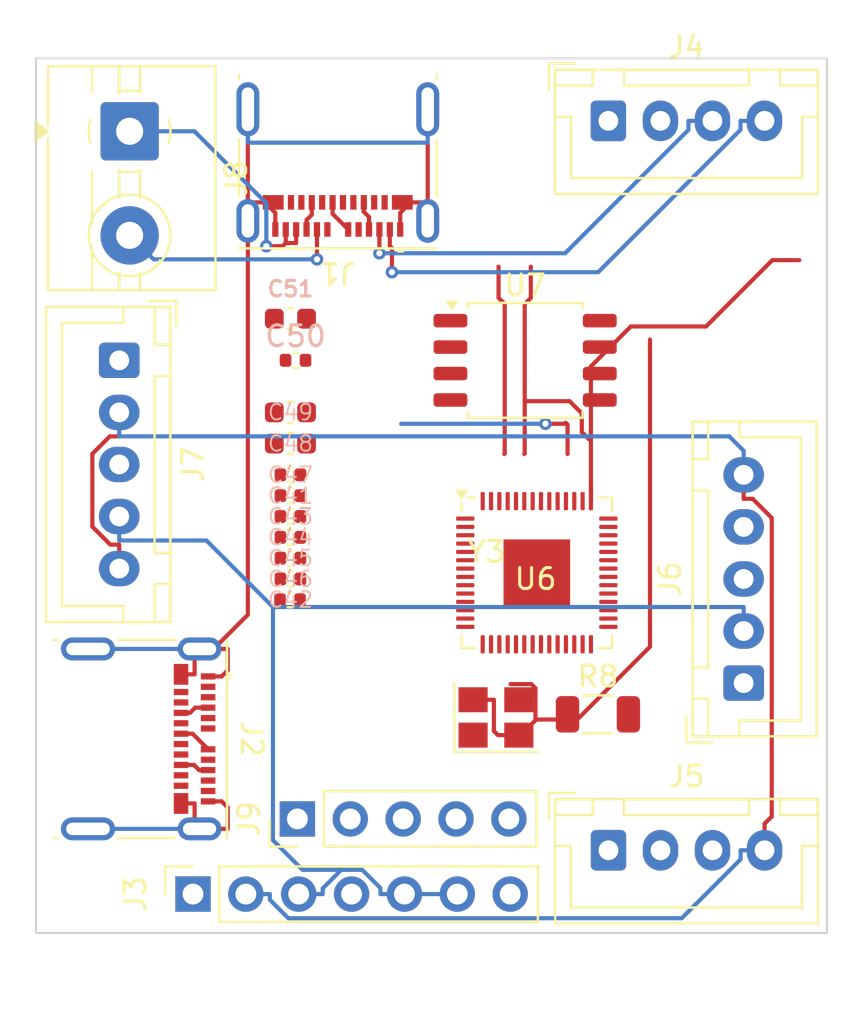
<source format=kicad_pcb>
(kicad_pcb (version 20241229) (generator "pcbnew") (generator_version "9.0")
  (layers (0 "F.Cu" signal) (2 "B.Cu" signal) (13 "F.Paste" user) (15 "B.Paste" user) (5 "F.SilkS" user "F.Silkscreen") (7 "B.SilkS" user "B.Silkscreen") (1 "F.Mask" user) (3 "B.Mask" user) (25 "Edge.Cuts" user))
  (net 0 "")
  (net 1 "/Toolhead_Board/TH_RP2040/SWCLK")
  (net 3 "Net-(U6-XOUT)")
  (net 4 "/Toolhead_Board/TH_RP2040/SD1")
  (net 5 "/Toolhead_Board/TH_RP2040/3V3_BUS")
  (net 6 "/Toolhead_Board/TH_RP2040/SWD")
  (net 7 "/Toolhead_Board/PCF_SG")
  (net 13 "Net-(U6-XIN)")
  (net 14 "/Toolhead_Board/TH_RP2040/1V1_BUS")
  (net 17 "/Toolhead_Board/TH_RP2040/SPARE_ADC")
  (net 20 "/Toolhead_Board/TH_RP2040/SPI_SS")
  (net 21 "/Toolhead_Board/TMR_SG")
  (net 22 "/Toolhead_Board/TH_RP2040/GND_BUS")
  (net 25 "/Toolhead_Board/TH_RP2040/RP_USB_D-")
  (net 27 "/Toolhead_Board/TH_RP2040/RP_PG_D-")
  (net 30 "/Toolhead_Board/TH_RP2040/SD3")
  (net 32 "/Toolhead_Board/TH_RP2040/SD2")
  (net 33 "/Toolhead_Board/EXF_SG")
  (net 34 "/Toolhead_Board/TH_RP2040/SD0")
  (net 35 "/Toolhead_Board/TH_RP2040/RP_USB_D+")
  (net 40 "/Toolhead_Board/TH_RP2040/SPI_CLK")
  (net 41 "/Toolhead_Board/TH_RP2040/RP_PG_D+")
  (net 46 "Net-(C41-Pad1)")
  (net 47 "Net-(C50-Pad1)")
  (net 48 "/Toolhead_Board/TH_USBC/MOTOR_A2")
  (net 49 "/Toolhead_Board/TH_USBC/MOTOR_B2")
  (net 50 "/Toolhead_Board/TH_USBC/MOTOR_A1")
  (net 51 "/Toolhead_Board/TH_USBC/MOTOR_B1")
  (net 52 "/Toolhead_Board/GND_BUS")
  (net 53 "/Toolhead_Board/24V_BUS")
  (net 54 "/Toolhead_Board/PCF_CT")
  (net 56 "/Toolhead_Board/5V_BUS")
  (net 57 "/Toolhead_Board/EXF_CT")
  (net 58 "/Toolhead_Board/BQ_SV")
  (net 59 "/Toolhead_Board/BQ_PR")
  (net 60 "Net-(R8-Pad1)")
  (net 61 "/Toolhead_Board/TH_USBC/24V_BUS")
  (net 62 "/Toolhead_Board/TH_USBC/GND_BUS")
  (net 63 "/Toolhead_Board/TH_USBC/HOT_GND")
  (net 64 "/Toolhead_Board/TH_USBC/HOT_24V")
  (net 65 "/Toolhead_Board/TH_RP2040/PCF_SG")
  (net 66 "/Toolhead_Board/TH_RP2040/TMR_SG")
  (net 67 "/Toolhead_Board/TH_RP2040/EXF_SG")
  (net 71 "/Toolhead_Board/TH_USBC/5V_BUS")
  (net 83 "/Toolhead_Board/FS_SG")
  (net 84 "/Toolhead_Board/LC_SG")
  (footprint "Connector_USB:USB_C_Receptacle_Molex_105450-0101" (layer "F.Cu") (at 164.5 55 180)
    (property "Reference" "J1" (at 0 -5.315 180) (layer "F.SilkS"))
    (property "Value" "USB_C_Receptacle")
    (pad "A1" smd rect (at -3 -3.215 180) (size 0.3 0.7) (layers "F.Cu" "F.Mask" "F.Paste") (net 62 "/Toolhead_Board/TH_USBC/GND_BUS"))
    (pad "A2" smd rect (at -2.5 -3.215 180) (size 0.3 0.7) (layers "F.Cu" "F.Mask" "F.Paste") (net 49 "/Toolhead_Board/TH_USBC/MOTOR_B2"))
    (pad "A3" smd rect (at -2 -3.215 180) (size 0.3 0.7) (layers "F.Cu" "F.Mask" "F.Paste") (net 51 "/Toolhead_Board/TH_USBC/MOTOR_B1"))
    (pad "A4" smd rect (at -1.5 -3.215 180) (size 0.3 0.7) (layers "F.Cu" "F.Mask" "F.Paste") (net 61 "/Toolhead_Board/TH_USBC/24V_BUS"))
    (pad "A5" smd rect (at -1 -3.215 180) (size 0.3 0.7) (layers "F.Cu" "F.Mask" "F.Paste"))
    (pad "A6" smd rect (at -0.5 -3.215 180) (size 0.3 0.7) (layers "F.Cu" "F.Mask" "F.Paste") (net 35 "/Toolhead_Board/TH_RP2040/RP_USB_D+"))
    (pad "A7" smd rect (at 0.5 -3.215 180) (size 0.3 0.7) (layers "F.Cu" "F.Mask" "F.Paste") (net 25 "/Toolhead_Board/TH_RP2040/RP_USB_D-"))
    (pad "A8" smd rect (at 1 -3.215 180) (size 0.3 0.7) (layers "F.Cu" "F.Mask" "F.Paste") (net 64 "/Toolhead_Board/TH_USBC/HOT_24V"))
    (pad "A9" smd rect (at 1.5 -3.215 180) (size 0.3 0.7) (layers "F.Cu" "F.Mask" "F.Paste") (net 61 "/Toolhead_Board/TH_USBC/24V_BUS"))
    (pad "A10" smd rect (at 2 -3.215 180) (size 0.3 0.7) (layers "F.Cu" "F.Mask" "F.Paste") (net 63 "/Toolhead_Board/TH_USBC/HOT_GND"))
    (pad "A11" smd rect (at 2.5 -3.215 180) (size 0.3 0.7) (layers "F.Cu" "F.Mask" "F.Paste") (net 63 "/Toolhead_Board/TH_USBC/HOT_GND"))
    (pad "A12" smd rect (at 3 -3.215 180) (size 0.3 0.7) (layers "F.Cu" "F.Mask" "F.Paste") (net 62 "/Toolhead_Board/TH_USBC/GND_BUS"))
    (pad "B1" smd rect (at 3.1 -1.915 180) (size 1 0.7) (layers "F.Cu" "F.Mask" "F.Paste") (net 62 "/Toolhead_Board/TH_USBC/GND_BUS"))
    (pad "B2" smd rect (at 2.25 -1.915 180) (size 0.3 0.7) (layers "F.Cu" "F.Mask" "F.Paste") (net 64 "/Toolhead_Board/TH_USBC/HOT_24V"))
    (pad "B3" smd rect (at 1.75 -1.915 180) (size 0.3 0.7) (layers "F.Cu" "F.Mask" "F.Paste") (net 63 "/Toolhead_Board/TH_USBC/HOT_GND"))
    (pad "B4" smd rect (at 1.25 -1.915 180) (size 0.3 0.7) (layers "F.Cu" "F.Mask" "F.Paste") (net 61 "/Toolhead_Board/TH_USBC/24V_BUS"))
    (pad "B5" smd rect (at 0.75 -1.915 180) (size 0.3 0.7) (layers "F.Cu" "F.Mask" "F.Paste"))
    (pad "B6" smd rect (at 0.25 -1.915 180) (size 0.3 0.7) (layers "F.Cu" "F.Mask" "F.Paste") (net 35 "/Toolhead_Board/TH_RP2040/RP_USB_D+"))
    (pad "B7" smd rect (at -0.25 -1.915 180) (size 0.3 0.7) (layers "F.Cu" "F.Mask" "F.Paste") (net 25 "/Toolhead_Board/TH_RP2040/RP_USB_D-"))
    (pad "B8" smd rect (at -0.75 -1.915 180) (size 0.3 0.7) (layers "F.Cu" "F.Mask" "F.Paste") (net 64 "/Toolhead_Board/TH_USBC/HOT_24V"))
    (pad "B9" smd rect (at -1.25 -1.915 180) (size 0.3 0.7) (layers "F.Cu" "F.Mask" "F.Paste") (net 61 "/Toolhead_Board/TH_USBC/24V_BUS"))
    (pad "B10" smd rect (at -1.75 -1.915 180) (size 0.3 0.7) (layers "F.Cu" "F.Mask" "F.Paste") (net 50 "/Toolhead_Board/TH_USBC/MOTOR_A1"))
    (pad "B11" smd rect (at -2.25 -1.915 180) (size 0.3 0.7) (layers "F.Cu" "F.Mask" "F.Paste") (net 48 "/Toolhead_Board/TH_USBC/MOTOR_A2"))
    (pad "B12" smd rect (at -3.1 -1.915 180) (size 1 0.7) (layers "F.Cu" "F.Mask" "F.Paste") (net 62 "/Toolhead_Board/TH_USBC/GND_BUS"))
    (pad "S1" thru_hole oval (at -4.32 -2.805 180) (size 1.1 2.1) (drill oval 0.6 1.6) (property pad_prop_heatsink) (layers "*.Cu" "*.Mask") (net 62 "/Toolhead_Board/TH_USBC/GND_BUS"))
    (pad "S1" thru_hole oval (at -4.32 2.555 180) (size 1.1 2.6) (drill oval 0.6 2.1) (property pad_prop_heatsink) (layers "*.Cu" "*.Mask") (net 62 "/Toolhead_Board/TH_USBC/GND_BUS"))
    (pad "S1" thru_hole oval (at 4.32 -2.805 180) (size 1.1 2.1) (drill oval 0.6 1.6) (property pad_prop_heatsink) (layers "*.Cu" "*.Mask") (net 62 "/Toolhead_Board/TH_USBC/GND_BUS"))
    (pad "S1" thru_hole oval (at 4.32 2.555 180) (size 1.1 2.6) (drill oval 0.6 2.1) (property pad_prop_heatsink) (layers "*.Cu" "*.Mask") (net 62 "/Toolhead_Board/TH_USBC/GND_BUS"))
  )
  (footprint "Capacitor_SMD:C_0402_1005Metric" (layer "F.Cu") (at 162.225 73)
    (property "Reference" "C44" (at 0 0 0) (layer "B.SilkS") (effects (font (size 0.75 0.75) (thickness 0.09375))))
    (property "Value" "100nF")
    (pad "1" smd roundrect (at -0.48 0) (size 0.56 0.62) (layers "F.Cu" "F.Mask" "F.Paste") (net 46 "Net-(C41-Pad1)"))
    (pad "2" smd roundrect (at 0.48 0) (size 0.56 0.62) (layers "F.Cu" "F.Mask" "F.Paste") (net 5 "/Toolhead_Board/TH_RP2040/3V3_BUS"))
  )
  (footprint "Capacitor_SMD:C_0402_1005Metric" (layer "F.Cu") (at 162.225 70)
    (property "Reference" "C47" (at 0 0 0) (layer "B.SilkS") (effects (font (size 0.75 0.75) (thickness 0.09375))))
    (property "Value" "100nF")
    (pad "1" smd roundrect (at -0.48 0) (size 0.56 0.62) (layers "F.Cu" "F.Mask" "F.Paste") (net 46 "Net-(C41-Pad1)"))
    (pad "2" smd roundrect (at 0.48 0) (size 0.56 0.62) (layers "F.Cu" "F.Mask" "F.Paste") (net 5 "/Toolhead_Board/TH_RP2040/3V3_BUS"))
  )
  (footprint "Connector_PinHeader_2.54mm:PinHeader_1x05_P2.54mm_Vertical" (layer "F.Cu") (at 162.5601 86.5238 90)
    (property "Reference" "J9" (at 0 -2.33 90) (layer "F.SilkS"))
    (property "Value" "Conn_01x05_Pin")
    (pad "1" thru_hole rect (at 0 0 90) (size 1.7 1.7) (drill 1) (layers "*.Cu" "*.Mask") (net 1 "/Toolhead_Board/TH_RP2040/SWCLK"))
    (pad "2" thru_hole oval (at 0 2.54 90) (size 1.7 1.7) (drill 1) (layers "*.Cu" "*.Mask") (net 6 "/Toolhead_Board/TH_RP2040/SWD"))
    (pad "3" thru_hole oval (at 0 5.08 90) (size 1.7 1.7) (drill 1) (layers "*.Cu" "*.Mask"))
    (pad "4" thru_hole oval (at 0 7.62 90) (size 1.7 1.7) (drill 1) (layers "*.Cu" "*.Mask"))
    (pad "5" thru_hole oval (at 0 10.16 90) (size 1.7 1.7) (drill 1) (layers "*.Cu" "*.Mask"))
  )
  (footprint "Capacitor_SMD:C_0603_1608Metric" (layer "F.Cu") (at 162.225 67)
    (property "Reference" "C49" (at 0 0 0) (layer "B.SilkS") (effects (font (size 0.75 0.75) (thickness 0.09375))))
    (property "Value" "10uF")
    (pad "1" smd roundrect (at -0.775 0) (size 0.9 0.95) (layers "F.Cu" "F.Mask" "F.Paste") (net 46 "Net-(C41-Pad1)"))
    (pad "2" smd roundrect (at 0.775 0) (size 0.9 0.95) (layers "F.Cu" "F.Mask" "F.Paste") (net 5 "/Toolhead_Board/TH_RP2040/3V3_BUS"))
  )
  (footprint "Capacitor_SMD:C_0603_1608Metric" (layer "F.Cu") (at 162.225 68.5)
    (property "Reference" "C48" (at 0 0 0) (layer "B.SilkS") (effects (font (size 0.75 0.75) (thickness 0.09375))))
    (property "Value" "1uF")
    (pad "1" smd roundrect (at -0.775 0) (size 0.9 0.95) (layers "F.Cu" "F.Mask" "F.Paste") (net 46 "Net-(C41-Pad1)"))
    (pad "2" smd roundrect (at 0.775 0) (size 0.9 0.95) (layers "F.Cu" "F.Mask" "F.Paste") (net 5 "/Toolhead_Board/TH_RP2040/3V3_BUS"))
  )
  (footprint "Capacitor_SMD:C_0402_1005Metric" (layer "F.Cu") (at 162.225 71)
    (property "Reference" "C41" (at 0 0 0) (layer "B.SilkS") (effects (font (size 0.75 0.75) (thickness 0.09375))))
    (property "Value" "100nF")
    (pad "1" smd roundrect (at -0.48 0) (size 0.56 0.62) (layers "F.Cu" "F.Mask" "F.Paste") (net 46 "Net-(C41-Pad1)"))
    (pad "2" smd roundrect (at 0.48 0) (size 0.56 0.62) (layers "F.Cu" "F.Mask" "F.Paste") (net 5 "/Toolhead_Board/TH_RP2040/3V3_BUS"))
  )
  (footprint "Crystal:Crystal_SMD_3225-4Pin_3.2x2.5mm" (layer "F.Cu") (at 172.1 81.65)
    (property "Reference" "Y3" (at -0.46 -7.95 0) (layer "F.SilkS"))
    (property "Value" "Crystal_GND24")
    (pad "1" smd rect (at -1.1 0.85) (size 1.4 1.2) (layers "F.Cu" "F.Mask" "F.Paste") (net 13 "Net-(U6-XIN)"))
    (pad "2" smd rect (at 1.1 0.85) (size 1.4 1.2) (layers "F.Cu" "F.Mask" "F.Paste") (net 22 "/Toolhead_Board/TH_RP2040/GND_BUS"))
    (pad "3" smd rect (at 1.1 -0.85) (size 1.4 1.2) (layers "F.Cu" "F.Mask" "F.Paste") (net 60 "Net-(R8-Pad1)"))
    (pad "4" smd rect (at -1.1 -0.85) (size 1.4 1.2) (layers "F.Cu" "F.Mask" "F.Paste") (net 22 "/Toolhead_Board/TH_RP2040/GND_BUS"))
  )
  (footprint "Resistor_SMD:R_1206_3216Metric" (layer "F.Cu") (at 177 81.5)
    (property "Reference" "R8" (at 0 -1.82 0) (layer "F.SilkS"))
    (property "Value" "1kO")
    (pad "1" smd roundrect (at -1.4625 0) (size 1.125 1.75) (layers "F.Cu" "F.Mask" "F.Paste") (roundrect_rratio 0.222222) (net 60 "Net-(R8-Pad1)"))
    (pad "2" smd roundrect (at 1.4625 0) (size 1.125 1.75) (layers "F.Cu" "F.Mask" "F.Paste") (roundrect_rratio 0.222222) (net 3 "Net-(U6-XOUT)"))
  )
  (footprint "Connector_PinSocket_2.54mm:PinSocket_1x07_P2.54mm_Vertical" (layer "F.Cu") (at 157.5431 90.1328 90)
    (property "Reference" "J3" (at 0 -2.77 90) (layer "F.SilkS"))
    (property "Value" "Conn_01x07_Pin")
    (pad "1" thru_hole rect (at 0 0 90) (size 1.7 1.7) (drill 1) (layers "*.Cu" "*.Mask") (net 83 "/Toolhead_Board/FS_SG"))
    (pad "2" thru_hole oval (at 0 2.54 90) (size 1.7 1.7) (drill 1) (layers "*.Cu" "*.Mask") (net 52 "/Toolhead_Board/GND_BUS"))
    (pad "3" thru_hole oval (at 0 5.08 90) (size 1.7 1.7) (drill 1) (layers "*.Cu" "*.Mask") (net 56 "/Toolhead_Board/5V_BUS"))
    (pad "4" thru_hole oval (at 0 7.62 90) (size 1.7 1.7) (drill 1) (layers "*.Cu" "*.Mask") (net 84 "/Toolhead_Board/LC_SG"))
    (pad "5" thru_hole oval (at 0 10.16 90) (size 1.7 1.7) (drill 1) (layers "*.Cu" "*.Mask") (net 56 "/Toolhead_Board/5V_BUS"))
    (pad "6" thru_hole oval (at 0 12.7 90) (size 1.7 1.7) (drill 1) (layers "*.Cu" "*.Mask") (net 56 "/Toolhead_Board/5V_BUS"))
    (pad "7" thru_hole oval (at 0 15.24 90) (size 1.7 1.7) (drill 1) (layers "*.Cu" "*.Mask") (net 21 "/Toolhead_Board/TMR_SG"))
  )
  (footprint "TerminalBlock:TerminalBlock_MaiXu_MX126-5.0-02P_1x02_P5.00mm" (layer "F.Cu") (at 154.5 53.5 -90)
    (property "Reference" "J8" (at 2.25 -5.12 90) (layer "F.SilkS"))
    (property "Value" "Screw_Terminal_01x02")
    (pad "1" thru_hole roundrect (at 0 0 270) (size 2.8 2.8) (drill 1.3) (layers "*.Cu" "*.Mask") (roundrect_rratio 0.089286) (net 63 "/Toolhead_Board/TH_USBC/HOT_GND"))
    (pad "2" thru_hole circle (at 5 0 270) (size 2.8 2.8) (drill 1.3) (layers "*.Cu" "*.Mask") (net 64 "/Toolhead_Board/TH_USBC/HOT_24V"))
  )
  (footprint "Connector_JST:JST_XH_B5B-XH-A_1x05_P2.50mm_Vertical" (layer "F.Cu") (at 154 64.5 -90)
    (property "Reference" "J7" (at 5 -3.55 90) (layer "F.SilkS"))
    (property "Value" "Biqu Probe")
    (pad "1" thru_hole roundrect (at 0 0 270) (size 1.7 1.95) (drill 0.95) (layers "*.Cu" "*.Mask") (roundrect_rratio 0.147059) (net 59 "/Toolhead_Board/BQ_PR"))
    (pad "2" thru_hole oval (at 2.5 0 270) (size 1.7 1.95) (drill 0.95) (layers "*.Cu" "*.Mask") (net 52 "/Toolhead_Board/GND_BUS"))
    (pad "3" thru_hole oval (at 5 0 270) (size 1.7 1.95) (drill 0.95) (layers "*.Cu" "*.Mask") (net 58 "/Toolhead_Board/BQ_SV"))
    (pad "4" thru_hole oval (at 7.5 0 270) (size 1.7 1.95) (drill 0.95) (layers "*.Cu" "*.Mask") (net 56 "/Toolhead_Board/5V_BUS"))
    (pad "5" thru_hole oval (at 10 0 270) (size 1.7 1.95) (drill 0.95) (layers "*.Cu" "*.Mask") (net 52 "/Toolhead_Board/GND_BUS"))
  )
  (footprint "Connector_JST:JST_XH_B4B-XH-A_1x04_P2.50mm_Vertical" (layer "F.Cu") (at 177.505 88.0294)
    (property "Reference" "J5" (at 3.75 -3.55 0) (layer "F.SilkS"))
    (property "Value" "PCF")
    (pad "1" thru_hole roundrect (at 0 0) (size 1.7 1.95) (drill 0.95) (layers "*.Cu" "*.Mask") (roundrect_rratio 0.147059) (net 53 "/Toolhead_Board/24V_BUS"))
    (pad "2" thru_hole oval (at 2.5 0) (size 1.7 1.95) (drill 0.95) (layers "*.Cu" "*.Mask") (net 7 "/Toolhead_Board/PCF_SG"))
    (pad "3" thru_hole oval (at 5 0) (size 1.7 1.95) (drill 0.95) (layers "*.Cu" "*.Mask") (net 54 "/Toolhead_Board/PCF_CT"))
    (pad "4" thru_hole oval (at 7.5 0) (size 1.7 1.95) (drill 0.95) (layers "*.Cu" "*.Mask") (net 52 "/Toolhead_Board/GND_BUS"))
  )
  (footprint "Capacitor_SMD:C_0402_1005Metric" (layer "F.Cu") (at 162.225 75)
    (property "Reference" "C46" (at 0 0 0) (layer "B.SilkS") (effects (font (size 0.75 0.75) (thickness 0.09375))))
    (property "Value" "100nF")
    (pad "1" smd roundrect (at -0.48 0) (size 0.56 0.62) (layers "F.Cu" "F.Mask" "F.Paste") (net 46 "Net-(C41-Pad1)"))
    (pad "2" smd roundrect (at 0.48 0) (size 0.56 0.62) (layers "F.Cu" "F.Mask" "F.Paste") (net 5 "/Toolhead_Board/TH_RP2040/3V3_BUS"))
  )
  (footprint "Capacitor_SMD:C_0603_1608Metric" (layer "F.Cu") (at 162.225 62.5)
    (property "Reference" "C51" (at 0 -1.43 0) (layer "B.SilkS") (effects (font (size 0.75 0.75))))
    (property "Value" "1uF")
    (pad "1" smd roundrect (at -0.775 0) (size 0.9 0.95) (layers "F.Cu" "F.Mask" "F.Paste") (net 47 "Net-(C50-Pad1)"))
    (pad "2" smd roundrect (at 0.775 0) (size 0.9 0.95) (layers "F.Cu" "F.Mask" "F.Paste") (net 14 "/Toolhead_Board/TH_RP2040/1V1_BUS"))
  )
  (footprint "Capacitor_SMD:C_0402_1005Metric" (layer "F.Cu") (at 162.47 64.5)
    (property "Reference" "C50" (at 0 -1.16 0) (layer "B.SilkS"))
    (property "Value" "100nF")
    (pad "1" smd roundrect (at -0.48 0) (size 0.56 0.62) (layers "F.Cu" "F.Mask" "F.Paste") (net 47 "Net-(C50-Pad1)"))
    (pad "2" smd roundrect (at 0.48 0) (size 0.56 0.62) (layers "F.Cu" "F.Mask" "F.Paste") (net 14 "/Toolhead_Board/TH_RP2040/1V1_BUS"))
  )
  (footprint "Connector_JST:JST_XH_B4B-XH-A_1x04_P2.50mm_Vertical" (layer "F.Cu") (at 177.5 53)
    (property "Reference" "J4" (at 3.75 -3.55 0) (layer "F.SilkS"))
    (property "Value" "Motor")
    (pad "1" thru_hole roundrect (at 0 0) (size 1.7 1.95) (drill 0.95) (layers "*.Cu" "*.Mask") (roundrect_rratio 0.147059) (net 50 "/Toolhead_Board/TH_USBC/MOTOR_A1"))
    (pad "2" thru_hole oval (at 2.5 0) (size 1.7 1.95) (drill 0.95) (layers "*.Cu" "*.Mask") (net 48 "/Toolhead_Board/TH_USBC/MOTOR_A2"))
    (pad "3" thru_hole oval (at 5 0) (size 1.7 1.95) (drill 0.95) (layers "*.Cu" "*.Mask") (net 51 "/Toolhead_Board/TH_USBC/MOTOR_B1"))
    (pad "4" thru_hole oval (at 7.5 0) (size 1.7 1.95) (drill 0.95) (layers "*.Cu" "*.Mask") (net 49 "/Toolhead_Board/TH_USBC/MOTOR_B2"))
  )
  (footprint "Package_DFN_QFN:QFN-56-1EP_7x7mm_P0.4mm_EP3.2x3.2mm" (layer "F.Cu") (at 174.0625 74.7)
    (property "Reference" "U6" (at -0.0625 0.3 0) (layer "F.SilkS"))
    (property "Value" "RP2040")
    (pad "1" smd roundrect (at -3.4375 -2.6) (size 0.875 0.2) (layers "F.Cu" "F.Mask" "F.Paste") (net 5 "/Toolhead_Board/TH_RP2040/3V3_BUS"))
    (pad "2" smd roundrect (at -3.4375 -2.2) (size 0.875 0.2) (layers "F.Cu" "F.Mask" "F.Paste") (net 35 "/Toolhead_Board/TH_RP2040/RP_USB_D+"))
    (pad "3" smd roundrect (at -3.4375 -1.8) (size 0.875 0.2) (layers "F.Cu" "F.Mask" "F.Paste") (net 25 "/Toolhead_Board/TH_RP2040/RP_USB_D-"))
    (pad "4" smd roundrect (at -3.4375 -1.4) (size 0.875 0.2) (layers "F.Cu" "F.Mask" "F.Paste"))
    (pad "5" smd roundrect (at -3.4375 -1) (size 0.875 0.2) (layers "F.Cu" "F.Mask" "F.Paste"))
    (pad "6" smd roundrect (at -3.4375 -0.6) (size 0.875 0.2) (layers "F.Cu" "F.Mask" "F.Paste"))
    (pad "7" smd roundrect (at -3.4375 -0.2) (size 0.875 0.2) (layers "F.Cu" "F.Mask" "F.Paste"))
    (pad "8" smd roundrect (at -3.4375 0.2) (size 0.875 0.2) (layers "F.Cu" "F.Mask" "F.Paste"))
    (pad "9" smd roundrect (at -3.4375 0.6) (size 0.875 0.2) (layers "F.Cu" "F.Mask" "F.Paste"))
    (pad "10" smd roundrect (at -3.4375 1) (size 0.875 0.2) (layers "F.Cu" "F.Mask" "F.Paste") (net 5 "/Toolhead_Board/TH_RP2040/3V3_BUS"))
    (pad "11" smd roundrect (at -3.4375 1.4) (size 0.875 0.2) (layers "F.Cu" "F.Mask" "F.Paste"))
    (pad "12" smd roundrect (at -3.4375 1.8) (size 0.875 0.2) (layers "F.Cu" "F.Mask" "F.Paste"))
    (pad "13" smd roundrect (at -3.4375 2.2) (size 0.875 0.2) (layers "F.Cu" "F.Mask" "F.Paste"))
    (pad "14" smd roundrect (at -3.4375 2.6) (size 0.875 0.2) (layers "F.Cu" "F.Mask" "F.Paste"))
    (pad "15" smd roundrect (at -2.6 3.4375) (size 0.2 0.875) (layers "F.Cu" "F.Mask" "F.Paste"))
    (pad "16" smd roundrect (at -2.2 3.4375) (size 0.2 0.875) (layers "F.Cu" "F.Mask" "F.Paste"))
    (pad "17" smd roundrect (at -1.8 3.4375) (size 0.2 0.875) (layers "F.Cu" "F.Mask" "F.Paste"))
    (pad "18" smd roundrect (at -1.4 3.4375) (size 0.2 0.875) (layers "F.Cu" "F.Mask" "F.Paste"))
    (pad "19" smd roundrect (at -1 3.4375) (size 0.2 0.875) (layers "F.Cu" "F.Mask" "F.Paste") (net 22 "/Toolhead_Board/TH_RP2040/GND_BUS"))
    (pad "20" smd roundrect (at -0.6 3.4375) (size 0.2 0.875) (layers "F.Cu" "F.Mask" "F.Paste") (net 13 "Net-(U6-XIN)"))
    (pad "21" smd roundrect (at -0.2 3.4375) (size 0.2 0.875) (layers "F.Cu" "F.Mask" "F.Paste") (net 3 "Net-(U6-XOUT)"))
    (pad "22" smd roundrect (at 0.2 3.4375) (size 0.2 0.875) (layers "F.Cu" "F.Mask" "F.Paste") (net 5 "/Toolhead_Board/TH_RP2040/3V3_BUS"))
    (pad "23" smd roundrect (at 0.6 3.4375) (size 0.2 0.875) (layers "F.Cu" "F.Mask" "F.Paste") (net 14 "/Toolhead_Board/TH_RP2040/1V1_BUS"))
    (pad "24" smd roundrect (at 1 3.4375) (size 0.2 0.875) (layers "F.Cu" "F.Mask" "F.Paste") (net 1 "/Toolhead_Board/TH_RP2040/SWCLK"))
    (pad "25" smd roundrect (at 1.4 3.4375) (size 0.2 0.875) (layers "F.Cu" "F.Mask" "F.Paste") (net 6 "/Toolhead_Board/TH_RP2040/SWD"))
    (pad "26" smd roundrect (at 1.8 3.4375) (size 0.2 0.875) (layers "F.Cu" "F.Mask" "F.Paste") (net 5 "/Toolhead_Board/TH_RP2040/3V3_BUS"))
    (pad "27" smd roundrect (at 2.2 3.4375) (size 0.2 0.875) (layers "F.Cu" "F.Mask" "F.Paste"))
    (pad "28" smd roundrect (at 2.6 3.4375) (size 0.2 0.875) (layers "F.Cu" "F.Mask" "F.Paste"))
    (pad "29" smd roundrect (at 3.4375 2.6) (size 0.875 0.2) (layers "F.Cu" "F.Mask" "F.Paste"))
    (pad "30" smd roundrect (at 3.4375 2.2) (size 0.875 0.2) (layers "F.Cu" "F.Mask" "F.Paste"))
    (pad "31" smd roundrect (at 3.4375 1.8) (size 0.875 0.2) (layers "F.Cu" "F.Mask" "F.Paste"))
    (pad "32" smd roundrect (at 3.4375 1.4) (size 0.875 0.2) (layers "F.Cu" "F.Mask" "F.Paste"))
    (pad "33" smd roundrect (at 3.4375 1) (size 0.875 0.2) (layers "F.Cu" "F.Mask" "F.Paste") (net 5 "/Toolhead_Board/TH_RP2040/3V3_BUS"))
    (pad "34" smd roundrect (at 3.4375 0.6) (size 0.875 0.2) (layers "F.Cu" "F.Mask" "F.Paste"))
    (pad "35" smd roundrect (at 3.4375 0.2) (size 0.875 0.2) (layers "F.Cu" "F.Mask" "F.Paste"))
    (pad "36" smd roundrect (at 3.4375 -0.2) (size 0.875 0.2) (layers "F.Cu" "F.Mask" "F.Paste"))
    (pad "37" smd roundrect (at 3.4375 -0.6) (size 0.875 0.2) (layers "F.Cu" "F.Mask" "F.Paste"))
    (pad "38" smd roundrect (at 3.4375 -1) (size 0.875 0.2) (layers "F.Cu" "F.Mask" "F.Paste") (net 65 "/Toolhead_Board/TH_RP2040/PCF_SG"))
    (pad "39" smd roundrect (at 3.4375 -1.4) (size 0.875 0.2) (layers "F.Cu" "F.Mask" "F.Paste") (net 67 "/Toolhead_Board/TH_RP2040/EXF_SG"))
    (pad "40" smd roundrect (at 3.4375 -1.8) (size 0.875 0.2) (layers "F.Cu" "F.Mask" "F.Paste") (net 66 "/Toolhead_Board/TH_RP2040/TMR_SG"))
    (pad "41" smd roundrect (at 3.4375 -2.2) (size 0.875 0.2) (layers "F.Cu" "F.Mask" "F.Paste") (net 17 "/Toolhead_Board/TH_RP2040/SPARE_ADC"))
    (pad "42" smd roundrect (at 3.4375 -2.6) (size 0.875 0.2) (layers "F.Cu" "F.Mask" "F.Paste") (net 5 "/Toolhead_Board/TH_RP2040/3V3_BUS"))
    (pad "43" smd roundrect (at 2.6 -3.4375) (size 0.2 0.875) (layers "F.Cu" "F.Mask" "F.Paste") (net 5 "/Toolhead_Board/TH_RP2040/3V3_BUS"))
    (pad "44" smd roundrect (at 2.2 -3.4375) (size 0.2 0.875) (layers "F.Cu" "F.Mask" "F.Paste") (net 5 "/Toolhead_Board/TH_RP2040/3V3_BUS"))
    (pad "45" smd roundrect (at 1.8 -3.4375) (size 0.2 0.875) (layers "F.Cu" "F.Mask" "F.Paste") (net 14 "/Toolhead_Board/TH_RP2040/1V1_BUS"))
    (pad "46" smd roundrect (at 1.4 -3.4375) (size 0.2 0.875) (layers "F.Cu" "F.Mask" "F.Paste") (net 27 "/Toolhead_Board/TH_RP2040/RP_PG_D-"))
    (pad "47" smd roundrect (at 1 -3.4375) (size 0.2 0.875) (layers "F.Cu" "F.Mask" "F.Paste") (net 41 "/Toolhead_Board/TH_RP2040/RP_PG_D+"))
    (pad "48" smd roundrect (at 0.6 -3.4375) (size 0.2 0.875) (layers "F.Cu" "F.Mask" "F.Paste") (net 5 "/Toolhead_Board/TH_RP2040/3V3_BUS"))
    (pad "49" smd roundrect (at 0.2 -3.4375) (size 0.2 0.875) (layers "F.Cu" "F.Mask" "F.Paste") (net 5 "/Toolhead_Board/TH_RP2040/3V3_BUS"))
    (pad "50" smd roundrect (at -0.2 -3.4375) (size 0.2 0.875) (layers "F.Cu" "F.Mask" "F.Paste") (net 14 "/Toolhead_Board/TH_RP2040/1V1_BUS"))
    (pad "51" smd roundrect (at -0.6 -3.4375) (size 0.2 0.875) (layers "F.Cu" "F.Mask" "F.Paste") (net 30 "/Toolhead_Board/TH_RP2040/SD3"))
    (pad "52" smd roundrect (at -1 -3.4375) (size 0.2 0.875) (layers "F.Cu" "F.Mask" "F.Paste") (net 40 "/Toolhead_Board/TH_RP2040/SPI_CLK"))
    (pad "53" smd roundrect (at -1.4 -3.4375) (size 0.2 0.875) (layers "F.Cu" "F.Mask" "F.Paste") (net 34 "/Toolhead_Board/TH_RP2040/SD0"))
    (pad "54" smd roundrect (at -1.8 -3.4375) (size 0.2 0.875) (layers "F.Cu" "F.Mask" "F.Paste") (net 32 "/Toolhead_Board/TH_RP2040/SD2"))
    (pad "55" smd roundrect (at -2.2 -3.4375) (size 0.2 0.875) (layers "F.Cu" "F.Mask" "F.Paste") (net 4 "/Toolhead_Board/TH_RP2040/SD1"))
    (pad "56" smd roundrect (at -2.6 -3.4375) (size 0.2 0.875) (layers "F.Cu" "F.Mask" "F.Paste") (net 20 "/Toolhead_Board/TH_RP2040/SPI_SS"))
    (pad "57" smd rect (at 0 0) (size 3.2 3.2) (property pad_prop_heatsink) (layers "F.Cu" "F.Mask") (net 22 "/Toolhead_Board/TH_RP2040/GND_BUS"))
  )
  (footprint "Connector_JST:JST_XH_B5B-XH-A_1x05_P2.50mm_Vertical" (layer "F.Cu") (at 184 80 90)
    (property "Reference" "J6" (at 5 -3.55 90) (layer "F.SilkS"))
    (property "Value" "EXF")
    (pad "1" thru_hole roundrect (at 0 0 90) (size 1.7 1.95) (drill 0.95) (layers "*.Cu" "*.Mask") (roundrect_rratio 0.147059))
    (pad "2" thru_hole oval (at 2.5 0 90) (size 1.7 1.95) (drill 0.95) (layers "*.Cu" "*.Mask") (net 56 "/Toolhead_Board/5V_BUS"))
    (pad "3" thru_hole oval (at 5 0 90) (size 1.7 1.95) (drill 0.95) (layers "*.Cu" "*.Mask") (net 33 "/Toolhead_Board/EXF_SG"))
    (pad "4" thru_hole oval (at 7.5 0 90) (size 1.7 1.95) (drill 0.95) (layers "*.Cu" "*.Mask") (net 57 "/Toolhead_Board/EXF_CT"))
    (pad "5" thru_hole oval (at 10 0 90) (size 1.7 1.95) (drill 0.95) (layers "*.Cu" "*.Mask") (net 52 "/Toolhead_Board/GND_BUS"))
  )
  (footprint "Package_SO:SOIC-8_5.3x5.3mm_P1.27mm" (layer "F.Cu") (at 173.5 64.5)
    (property "Reference" "U7" (at 0 -3.6 0) (layer "F.SilkS"))
    (property "Value" "W25Q16JVSS")
    (pad "1" smd roundrect (at -3.5875 -1.905) (size 1.625 0.65) (layers "F.Cu" "F.Mask" "F.Paste") (net 20 "/Toolhead_Board/TH_RP2040/SPI_SS"))
    (pad "2" smd roundrect (at -3.5875 -0.635) (size 1.625 0.65) (layers "F.Cu" "F.Mask" "F.Paste") (net 4 "/Toolhead_Board/TH_RP2040/SD1"))
    (pad "3" smd roundrect (at -3.5875 0.635) (size 1.625 0.65) (layers "F.Cu" "F.Mask" "F.Paste") (net 32 "/Toolhead_Board/TH_RP2040/SD2"))
    (pad "4" smd roundrect (at -3.5875 1.905) (size 1.625 0.65) (layers "F.Cu" "F.Mask" "F.Paste") (net 22 "/Toolhead_Board/TH_RP2040/GND_BUS"))
    (pad "5" smd roundrect (at 3.5875 1.905) (size 1.625 0.65) (layers "F.Cu" "F.Mask" "F.Paste") (net 34 "/Toolhead_Board/TH_RP2040/SD0"))
    (pad "6" smd roundrect (at 3.5875 0.635) (size 1.625 0.65) (layers "F.Cu" "F.Mask" "F.Paste") (net 40 "/Toolhead_Board/TH_RP2040/SPI_CLK"))
    (pad "7" smd roundrect (at 3.5875 -0.635) (size 1.625 0.65) (layers "F.Cu" "F.Mask" "F.Paste") (net 30 "/Toolhead_Board/TH_RP2040/SD3"))
    (pad "8" smd roundrect (at 3.5875 -1.905) (size 1.625 0.65) (layers "F.Cu" "F.Mask" "F.Paste") (net 5 "/Toolhead_Board/TH_RP2040/3V3_BUS"))
  )
  (footprint "Capacitor_SMD:C_0402_1005Metric" (layer "F.Cu") (at 162.225 72)
    (property "Reference" "C43" (at 0 0 0) (layer "B.SilkS") (effects (font (size 0.75 0.75) (thickness 0.09375))))
    (property "Value" "100nF")
    (pad "1" smd roundrect (at -0.48 0) (size 0.56 0.62) (layers "F.Cu" "F.Mask" "F.Paste") (net 46 "Net-(C41-Pad1)"))
    (pad "2" smd roundrect (at 0.48 0) (size 0.56 0.62) (layers "F.Cu" "F.Mask" "F.Paste") (net 5 "/Toolhead_Board/TH_RP2040/3V3_BUS"))
  )
  (footprint "Capacitor_SMD:C_0402_1005Metric" (layer "F.Cu") (at 162.225 74)
    (property "Reference" "C45" (at 0 0 0) (layer "B.SilkS") (effects (font (size 0.75 0.75) (thickness 0.09375))))
    (property "Value" "100nF")
    (pad "1" smd roundrect (at -0.48 0) (size 0.56 0.62) (layers "F.Cu" "F.Mask" "F.Paste") (net 46 "Net-(C41-Pad1)"))
    (pad "2" smd roundrect (at 0.48 0) (size 0.56 0.62) (layers "F.Cu" "F.Mask" "F.Paste") (net 5 "/Toolhead_Board/TH_RP2040/3V3_BUS"))
  )
  (footprint "Capacitor_SMD:C_0402_1005Metric" (layer "F.Cu") (at 162.205 76)
    (property "Reference" "C42" (at 0.02 0 0) (layer "B.SilkS") (effects (font (size 0.75 0.75) (thickness 0.09375))))
    (property "Value" "100nF")
    (pad "1" smd roundrect (at -0.48 0) (size 0.56 0.62) (layers "F.Cu" "F.Mask" "F.Paste") (net 46 "Net-(C41-Pad1)"))
    (pad "2" smd roundrect (at 0.48 0) (size 0.56 0.62) (layers "F.Cu" "F.Mask" "F.Paste") (net 5 "/Toolhead_Board/TH_RP2040/3V3_BUS"))
  )
  (footprint "Connector_USB:USB_C_Receptacle_Molex_105450-0101" (layer "F.Cu") (at 155.055 82.68 -90)
    (property "Reference" "J2" (at 0 -5.315 270) (layer "F.SilkS"))
    (property "Value" "USB_C_Receptacle")
    (pad "A1" smd rect (at -3 -3.215 270) (size 0.3 0.7) (layers "F.Cu" "F.Mask" "F.Paste") (net 62 "/Toolhead_Board/TH_USBC/GND_BUS"))
    (pad "A2" smd rect (at -2.5 -3.215 270) (size 0.3 0.7) (layers "F.Cu" "F.Mask" "F.Paste"))
    (pad "A3" smd rect (at -2 -3.215 270) (size 0.3 0.7) (layers "F.Cu" "F.Mask" "F.Paste"))
    (pad "A4" smd rect (at -1.5 -3.215 270) (size 0.3 0.7) (layers "F.Cu" "F.Mask" "F.Paste") (net 71 "/Toolhead_Board/TH_USBC/5V_BUS"))
    (pad "A5" smd rect (at -1 -3.215 270) (size 0.3 0.7) (layers "F.Cu" "F.Mask" "F.Paste"))
    (pad "A6" smd rect (at -0.5 -3.215 270) (size 0.3 0.7) (layers "F.Cu" "F.Mask" "F.Paste") (net 41 "/Toolhead_Board/TH_RP2040/RP_PG_D+"))
    (pad "A7" smd rect (at 0.5 -3.215 270) (size 0.3 0.7) (layers "F.Cu" "F.Mask" "F.Paste") (net 27 "/Toolhead_Board/TH_RP2040/RP_PG_D-"))
    (pad "A8" smd rect (at 1 -3.215 270) (size 0.3 0.7) (layers "F.Cu" "F.Mask" "F.Paste"))
    (pad "A9" smd rect (at 1.5 -3.215 270) (size 0.3 0.7) (layers "F.Cu" "F.Mask" "F.Paste") (net 71 "/Toolhead_Board/TH_USBC/5V_BUS"))
    (pad "A10" smd rect (at 2 -3.215 270) (size 0.3 0.7) (layers "F.Cu" "F.Mask" "F.Paste"))
    (pad "A11" smd rect (at 2.5 -3.215 270) (size 0.3 0.7) (layers "F.Cu" "F.Mask" "F.Paste"))
    (pad "A12" smd rect (at 3 -3.215 270) (size 0.3 0.7) (layers "F.Cu" "F.Mask" "F.Paste") (net 62 "/Toolhead_Board/TH_USBC/GND_BUS"))
    (pad "B1" smd rect (at 3.1 -1.915 270) (size 1 0.7) (layers "F.Cu" "F.Mask" "F.Paste") (net 62 "/Toolhead_Board/TH_USBC/GND_BUS"))
    (pad "B2" smd rect (at 2.25 -1.915 270) (size 0.3 0.7) (layers "F.Cu" "F.Mask" "F.Paste"))
    (pad "B3" smd rect (at 1.75 -1.915 270) (size 0.3 0.7) (layers "F.Cu" "F.Mask" "F.Paste"))
    (pad "B4" smd rect (at 1.25 -1.915 270) (size 0.3 0.7) (layers "F.Cu" "F.Mask" "F.Paste") (net 71 "/Toolhead_Board/TH_USBC/5V_BUS"))
    (pad "B5" smd rect (at 0.75 -1.915 270) (size 0.3 0.7) (layers "F.Cu" "F.Mask" "F.Paste"))
    (pad "B6" smd rect (at 0.25 -1.915 270) (size 0.3 0.7) (layers "F.Cu" "F.Mask" "F.Paste") (net 41 "/Toolhead_Board/TH_RP2040/RP_PG_D+"))
    (pad "B7" smd rect (at -0.25 -1.915 270) (size 0.3 0.7) (layers "F.Cu" "F.Mask" "F.Paste") (net 27 "/Toolhead_Board/TH_RP2040/RP_PG_D-"))
    (pad "B8" smd rect (at -0.75 -1.915 270) (size 0.3 0.7) (layers "F.Cu" "F.Mask" "F.Paste"))
    (pad "B9" smd rect (at -1.25 -1.915 270) (size 0.3 0.7) (layers "F.Cu" "F.Mask" "F.Paste") (net 71 "/Toolhead_Board/TH_USBC/5V_BUS"))
    (pad "B10" smd rect (at -1.75 -1.915 270) (size 0.3 0.7) (layers "F.Cu" "F.Mask" "F.Paste"))
    (pad "B11" smd rect (at -2.25 -1.915 270) (size 0.3 0.7) (layers "F.Cu" "F.Mask" "F.Paste"))
    (pad "B12" smd rect (at -3.1 -1.915 270) (size 1 0.7) (layers "F.Cu" "F.Mask" "F.Paste") (net 62 "/Toolhead_Board/TH_USBC/GND_BUS"))
    (pad "S1" thru_hole oval (at -4.32 -2.805 270) (size 1.1 2.1) (drill oval 0.6 1.6) (property pad_prop_heatsink) (layers "*.Cu" "*.Mask") (net 62 "/Toolhead_Board/TH_USBC/GND_BUS"))
    (pad "S1" thru_hole oval (at -4.32 2.555 270) (size 1.1 2.6) (drill oval 0.6 2.1) (property pad_prop_heatsink) (layers "*.Cu" "*.Mask") (net 62 "/Toolhead_Board/TH_USBC/GND_BUS"))
    (pad "S1" thru_hole oval (at 4.32 -2.805 270) (size 1.1 2.1) (drill oval 0.6 1.6) (property pad_prop_heatsink) (layers "*.Cu" "*.Mask") (net 62 "/Toolhead_Board/TH_USBC/GND_BUS"))
    (pad "S1" thru_hole oval (at 4.32 2.555 270) (size 1.1 2.6) (drill oval 0.6 2.1) (property pad_prop_heatsink) (layers "*.Cu" "*.Mask") (net 62 "/Toolhead_Board/TH_USBC/GND_BUS"))
  )
  (gr_rect (start 150 50) (end 188 92) (stroke (width 0.1)) (fill no) (layer "Edge.Cuts"))
  (segment (start 176.5565 68.2776) (end 176.225 67.9461) (width 0.2) (layer "F.Cu") (net 5))
  (segment (start 176.662 70.7995) (end 176.662 70.863) (width 0.2) (layer "F.Cu") (net 5))
  (segment (start 175.6368 66.462) (end 173.48 66.462) (width 0.2) (layer "F.Cu") (net 5))
  (segment (start 176.662 64.7908) (end 176.662 68.2776) (width 0.2) (layer "F.Cu") (net 5))
  (segment (start 173.48 65) (end 173.48 66) (width 0.2) (layer "F.Cu") (net 5))
  (segment (start 173.48 64) (end 173.48 63) (width 0.2) (layer "F.Cu") (net 5))
  (segment (start 176.662 70.3365) (end 176.662 70.7995) (width 0.2) (layer "F.Cu") (net 5))
  (segment (start 176.662 70.3365) (end 176.6625 70.337) (width 0.2) (layer "F.Cu") (net 5))
  (segment (start 173.48 68.98) (end 173.48 68) (width 0.2) (layer "F.Cu") (net 5))
  (segment (start 176.225 67.9461) (end 176.225 67.0502) (width 0.2) (layer "F.Cu") (net 5))
  (segment (start 173.46 69) (end 173.48 68.98) (width 0.2) (layer "F.Cu") (net 5))
  (segment (start 176.662 68.2776) (end 176.5565 68.2776) (width 0.2) (layer "F.Cu") (net 5))
  (segment (start 173.48 66.462) (end 173.48 66) (width 0.2) (layer "F.Cu") (net 5))
  (segment (start 185.377 59.69) (end 182.194 62.8727) (width 0.2) (layer "F.Cu") (net 5))
  (segment (start 173.775 61.5) (end 173.48 61.795) (width 0.2) (layer "F.Cu") (net 5))
  (segment (start 186.675 59.69) (end 185.377 59.69) (width 0.2) (layer "F.Cu") (net 5))
  (segment (start 182.194 62.8727) (end 178.581 62.8727) (width 0.2) (layer "F.Cu") (net 5))
  (segment (start 173.48 67) (end 173.48 66.462) (width 0.2) (layer "F.Cu") (net 5))
  (segment (start 173.48 61.795) (end 173.48 63) (width 0.2) (layer "F.Cu") (net 5))
  (segment (start 176.662 70.7995) (end 176.662 70.863) (width 0.2) (layer "F.Cu") (net 5))
  (segment (start 176.662 68.2776) (end 176.662 70.3365) (width 0.2) (layer "F.Cu") (net 5))
  (segment (start 176.225 67.0502) (end 175.6368 66.462) (width 0.2) (layer "F.Cu") (net 5))
  (segment (start 176.662 70.863) (end 176.662 71.2625) (width 0.2) (layer "F.Cu") (net 5))
  (segment (start 173.48 68) (end 173.48 67) (width 0.2) (layer "F.Cu") (net 5))
  (segment (start 178.581 62.8727) (end 176.662 64.7908) (width 0.2) (layer "F.Cu") (net 5))
  (segment (start 176.6625 70.337) (end 176.6625 71.2625) (width 0.2) (layer "F.Cu") (net 5))
  (segment (start 173.48 65) (end 173.48 64) (width 0.2) (layer "F.Cu") (net 5))
  (segment (start 173.775 61.5) (end 173.775 60) (width 0.2) (layer "F.Cu") (net 5))
  (segment (start 173.998 80.2466) (end 173.998 81.75) (width 0.2) (layer "F.Cu") (net 22))
  (segment (start 172.0017 80.8) (end 172.0017 82.3034) (width 0.2) (layer "F.Cu") (net 22))
  (segment (start 176.002 81.75) (end 179.5 78.2517) (width 0.2) (layer "F.Cu") (net 22))
  (segment (start 172.8 80.05) (end 173.802 80.05) (width 0.2) (layer "F.Cu") (net 22))
  (segment (start 174.0331 81.75) (end 176.002 81.75) (width 0.2) (layer "F.Cu") (net 22))
  (segment (start 171 80.8) (end 172.0017 80.8) (width 0.2) (layer "F.Cu") (net 22))
  (segment (start 173.802 80.05) (end 173.998 80.2466) (width 0.2) (layer "F.Cu") (net 22))
  (segment (start 173.2 82.5) (end 173.2831 82.5) (width 0.2) (layer "F.Cu") (net 22))
  (segment (start 173.998 81.75) (end 174.0331 81.75) (width 0.2) (layer "F.Cu") (net 22))
  (segment (start 173.2831 82.5) (end 174.0331 81.75) (width 0.2) (layer "F.Cu") (net 22))
  (segment (start 172.0017 82.3034) (end 172.1983 82.5) (width 0.2) (layer "F.Cu") (net 22))
  (segment (start 179.5 78.2517) (end 179.5 63.5) (width 0.2) (layer "F.Cu") (net 22))
  (segment (start 173.1 82.5) (end 173.2 82.5) (width 0.2) (layer "F.Cu") (net 22))
  (segment (start 173.1 82.5) (end 172.1983 82.5) (width 0.2) (layer "F.Cu") (net 22))
  (segment (start 157.52 82.43) (end 156.97 82.43) (width 0.2) (layer "F.Cu") (net 27))
  (segment (start 158.27 83.18) (end 157.52 82.43) (width 0.2) (layer "F.Cu") (net 27))
  (segment (start 164.25 56.915) (end 164.25 57.465) (width 0.2) (layer "F.Cu") (net 35))
  (segment (start 164.25 57.465) (end 165 58.215) (width 0.2) (layer "F.Cu") (net 35))
  (segment (start 172.52 61.795) (end 172.52 63) (width 0.2) (layer "F.Cu") (net 46))
  (segment (start 172.52 64) (end 172.52 65) (width 0.2) (layer "F.Cu") (net 46))
  (segment (start 172.225 61.5) (end 172.225 60) (width 0.2) (layer "F.Cu") (net 46))
  (segment (start 172.52 68) (end 172.52 67) (width 0.2) (layer "F.Cu") (net 46))
  (segment (start 172.52 65) (end 172.52 66) (width 0.2) (layer "F.Cu") (net 46))
  (segment (start 172.52 63) (end 172.52 64) (width 0.2) (layer "F.Cu") (net 46))
  (segment (start 172.225 61.5) (end 172.52 61.795) (width 0.2) (layer "F.Cu") (net 46))
  (segment (start 172.52 67) (end 172.52 66) (width 0.2) (layer "F.Cu") (net 46))
  (segment (start 172.5 69) (end 172.52 68.98) (width 0.2) (layer "F.Cu") (net 46))
  (segment (start 172.52 68.98) (end 172.52 68) (width 0.2) (layer "F.Cu") (net 46))
  (segment (start 174.4758 67.5465) (end 175.4035 67.5465) (width 0.2) (layer "F.Cu") (net 47))
  (segment (start 175.54 67.59) (end 175.54 69) (width 0.2) (layer "F.Cu") (net 47))
  (segment (start 175.4035 67.5465) (end 175.45 67.5) (width 0.2) (layer "F.Cu") (net 47))
  (segment (start 175.45 67.5) (end 175.54 67.59) (width 0.2) (layer "F.Cu") (net 47))
  (via (at 174.4758 67.5465) (size 0.6) (drill 0.3) (layers "F.Cu" "B.Cu") (net 47))
  (segment (start 167.5465 67.5465) (end 174.4758 67.5465) (width 0.2) (layer "B.Cu") (net 47))
  (segment (start 167.103 59.1116) (end 167 59.0083) (width 0.2) (layer "F.Cu") (net 49))
  (segment (start 167.103 60.2691) (end 167.103 59.1116) (width 0.2) (layer "F.Cu") (net 49))
  (segment (start 167 59.0083) (end 167 58.215) (width 0.2) (layer "F.Cu") (net 49))
  (via (at 167.103 60.2691) (size 0.6) (drill 0.3) (layers "F.Cu" "B.Cu") (net 49))
  (segment (start 183.848 53) (end 183.848 53.4319) (width 0.2) (layer "B.Cu") (net 49))
  (segment (start 185 53) (end 183.848 53) (width 0.2) (layer "B.Cu") (net 49))
  (segment (start 177.011 60.2691) (end 167.103 60.2691) (width 0.2) (layer "B.Cu") (net 49))
  (segment (start 183.848 53.4319) (end 177.011 60.2691) (width 0.2) (layer "B.Cu") (net 49))
  (segment (start 166.5 58.215) (end 166.5 59.3592) (width 0.2) (layer "F.Cu") (net 51))
  (via (at 166.5 59.3592) (size 0.6) (drill 0.3) (layers "F.Cu" "B.Cu") (net 51))
  (segment (start 175.421 59.3592) (end 166.5 59.3592) (width 0.2) (layer "B.Cu") (net 51))
  (segment (start 182.5 53) (end 181.348 53) (width 0.2) (layer "B.Cu") (net 51))
  (segment (start 181.348 53) (end 181.348 53.4319) (width 0.2) (layer "B.Cu") (net 51))
  (segment (start 181.348 53.4319) (end 175.421 59.3592) (width 0.2) (layer "B.Cu") (net 51))
  (segment (start 185.005 88.0294) (end 185.005 86.7527) (width 0.2) (layer "F.Cu") (net 52))
  (segment (start 152.708 72.4878) (end 153.568 73.3483) (width 0.2) (layer "F.Cu") (net 52))
  (segment (start 185.349 72.0686) (end 184.432 71.1517) (width 0.2) (layer "F.Cu") (net 52))
  (segment (start 152.708 68.9924) (end 152.708 72.4878) (width 0.2) (layer "F.Cu") (net 52))
  (segment (start 153.568 73.3483) (end 154 73.3483) (width 0.2) (layer "F.Cu") (net 52))
  (segment (start 185.349 86.4089) (end 185.349 72.0686) (width 0.2) (layer "F.Cu") (net 52))
  (segment (start 154 68.1517) (end 153.548 68.1517) (width 0.2) (layer "F.Cu") (net 52))
  (segment (start 153.548 68.1517) (end 152.708 68.9924) (width 0.2) (layer "F.Cu") (net 52))
  (segment (start 185.005 86.7527) (end 185.349 86.4089) (width 0.2) (layer "F.Cu") (net 52))
  (segment (start 154 73.3483) (end 154 74.5) (width 0.2) (layer "F.Cu") (net 52))
  (segment (start 184 71.1517) (end 184 70) (width 0.2) (layer "F.Cu") (net 52))
  (segment (start 154 67) (end 154 68.1517) (width 0.2) (layer "F.Cu") (net 52))
  (segment (start 184.432 71.1517) (end 184 71.1517) (width 0.2) (layer "F.Cu") (net 52))
  (segment (start 184 68.8483) (end 183.303 68.1517) (width 0.2) (layer "B.Cu") (net 52))
  (segment (start 183.853 88.4613) (end 181.023 91.2919) (width 0.2) (layer "B.Cu") (net 52))
  (segment (start 181.023 91.2919) (end 162.125 91.2919) (width 0.2) (layer "B.Cu") (net 52))
  (segment (start 161.235 90.1328) (end 160.0831 90.1328) (width 0.2) (layer "B.Cu") (net 52))
  (segment (start 185.005 88.0294) (end 183.853 88.0294) (width 0.2) (layer "B.Cu") (net 52))
  (segment (start 160.083 90.1328) (end 160.0831 90.1328) (width 0.2) (layer "B.Cu") (net 52))
  (segment (start 184 70) (end 184 68.8483) (width 0.2) (layer "B.Cu") (net 52))
  (segment (start 183.853 88.0294) (end 183.853 88.4613) (width 0.2) (layer "B.Cu") (net 52))
  (segment (start 154 68.1517) (end 154 67) (width 0.2) (layer "B.Cu") (net 52))
  (segment (start 161.235 90.4013) (end 161.235 90.1328) (width 0.2) (layer "B.Cu") (net 52))
  (segment (start 183.303 68.1517) (end 154 68.1517) (width 0.2) (layer "B.Cu") (net 52))
  (segment (start 162.125 91.2919) (end 161.235 90.4013) (width 0.2) (layer "B.Cu") (net 52))
  (segment (start 154 73.1517) (end 158.188 73.1517) (width 0.2) (layer "B.Cu") (net 56))
  (segment (start 166.551 89.8449) (end 165.674 88.9678) (width 0.2) (layer "B.Cu") (net 56))
  (segment (start 161.385 76.3483) (end 184 76.3483) (width 0.2) (layer "B.Cu") (net 56))
  (segment (start 164.671 88.9678) (end 162.806 88.9678) (width 0.2) (layer "B.Cu") (net 56))
  (segment (start 163.775 89.8643) (end 163.775 90.1328) (width 0.2) (layer "B.Cu") (net 56))
  (segment (start 170.243 90.1328) (end 167.7031 90.1328) (width 0.2) (layer "B.Cu") (net 56))
  (segment (start 154 72) (end 154 73.1517) (width 0.2) (layer "B.Cu") (net 56))
  (segment (start 166.551 90.1328) (end 166.551 89.8449) (width 0.2) (layer "B.Cu") (net 56))
  (segment (start 165.674 88.9678) (end 164.671 88.9678) (width 0.2) (layer "B.Cu") (net 56))
  (segment (start 184 76.3483) (end 184 77.5) (width 0.2) (layer "B.Cu") (net 56))
  (segment (start 164.671 88.9678) (end 163.775 89.8643) (width 0.2) (layer "B.Cu") (net 56))
  (segment (start 162.6231 90.1328) (end 162.623 90.1328) (width 0.2) (layer "B.Cu") (net 56))
  (segment (start 170.243 90.1328) (end 170.2431 90.1328) (width 0.2) (layer "B.Cu") (net 56))
  (segment (start 162.806 88.9678) (end 161.385 87.5462) (width 0.2) (layer "B.Cu") (net 56))
  (segment (start 158.188 73.1517) (end 161.385 76.3483) (width 0.2) (layer "B.Cu") (net 56))
  (segment (start 163.775 90.1328) (end 162.6231 90.1328) (width 0.2) (layer "B.Cu") (net 56))
  (segment (start 167.7031 90.1328) (end 166.551 90.1328) (width 0.2) (layer "B.Cu") (net 56))
  (segment (start 161.385 87.5462) (end 161.385 76.3483) (width 0.2) (layer "B.Cu") (net 56))
  (segment (start 163.25 57.508) (end 163.25 56.915) (width 0.2) (layer "F.Cu") (net 61))
  (segment (start 165.75 56.915) (end 165.75 57.365) (width 0.2) (layer "F.Cu") (net 61))
  (segment (start 163 58.215) (end 163 57.758) (width 0.2) (layer "F.Cu") (net 61))
  (segment (start 166 57.615) (end 166 58.215) (width 0.2) (layer "F.Cu") (net 61))
  (segment (start 165.75 57.365) (end 166 57.615) (width 0.2) (layer "F.Cu") (net 61))
  (segment (start 163 57.758) (end 163.25 57.508) (width 0.2) (layer "F.Cu") (net 61))
  (segment (start 159.212 78.36) (end 158.536 78.36) (width 0.2) (layer "F.Cu") (net 62))
  (segment (start 158.922 79.68) (end 159.212 79.39) (width 0.2) (layer "F.Cu") (net 62))
  (segment (start 159.212 87) (end 159.212 85.97) (width 0.2) (layer "F.Cu") (net 62))
  (segment (start 168.82 52.445) (end 168.82 56.915) (width 0.2) (layer "F.Cu") (net 62))
  (segment (start 156.97 79.58) (end 157.622 79.58) (width 0.2) (layer "F.Cu") (net 62))
  (segment (start 157.622 78.5983) (end 157.86 78.36) (width 0.2) (layer "F.Cu") (net 62))
  (segment (start 167.5 57.4159) (end 167.5 58.215) (width 0.2) (layer "F.Cu") (net 62))
  (segment (start 160.18 56.915) (end 160.999 56.915) (width 0.2) (layer "F.Cu") (net 62))
  (segment (start 168.82 56.915) (end 168.82 57.805) (width 0.2) (layer "F.Cu") (net 62))
  (segment (start 160.18 76.7159) (end 160.18 57.805) (width 0.2) (layer "F.Cu") (net 62))
  (segment (start 161.4 56.915) (end 160.999 56.915) (width 0.2) (layer "F.Cu") (net 62))
  (segment (start 159.212 85.97) (end 158.922 85.68) (width 0.2) (layer "F.Cu") (net 62))
  (segment (start 157.622 86.7617) (end 157.86 87) (width 0.2) (layer "F.Cu") (net 62))
  (segment (start 158.922 85.68) (end 158.27 85.68) (width 0.2) (layer "F.Cu") (net 62))
  (segment (start 168.001 56.915) (end 167.5 57.4159) (width 0.2) (layer "F.Cu") (net 62))
  (segment (start 160.18 56.915) (end 160.18 57.805) (width 0.2) (layer "F.Cu") (net 62))
  (segment (start 158.536 78.36) (end 160.18 76.7159) (width 0.2) (layer "F.Cu") (net 62))
  (segment (start 157.622 79.58) (end 157.622 78.5983) (width 0.2) (layer "F.Cu") (net 62))
  (segment (start 159.212 79.39) (end 159.212 78.36) (width 0.2) (layer "F.Cu") (net 62))
  (segment (start 168.82 56.915) (end 168.001 56.915) (width 0.2) (layer "F.Cu") (net 62))
  (segment (start 158.27 79.68) (end 158.922 79.68) (width 0.2) (layer "F.Cu") (net 62))
  (segment (start 160.999 56.915) (end 161.5 57.4158) (width 0.2) (layer "F.Cu") (net 62))
  (segment (start 156.97 85.78) (end 157.622 85.78) (width 0.2) (layer "F.Cu") (net 62))
  (segment (start 157.86 87) (end 159.212 87) (width 0.2) (layer "F.Cu") (net 62))
  (segment (start 161.5 57.4158) (end 161.5 58.215) (width 0.2) (layer "F.Cu") (net 62))
  (segment (start 160.18 52.445) (end 160.18 56.915) (width 0.2) (layer "F.Cu") (net 62))
  (segment (start 158.536 78.36) (end 157.86 78.36) (width 0.2) (layer "F.Cu") (net 62))
  (segment (start 157.622 85.78) (end 157.622 86.7617) (width 0.2) (layer "F.Cu") (net 62))
  (segment (start 167.6 56.915) (end 168.001 56.915) (width 0.2) (layer "F.Cu") (net 62))
  (segment (start 152.5 87) (end 157.86 87) (width 0.2) (layer "B.Cu") (net 62))
  (segment (start 168.82 52.445) (end 168.82 54.0467) (width 0.2) (layer "B.Cu") (net 62))
  (segment (start 168.82 54.0467) (end 160.18 54.0467) (width 0.2) (layer "B.Cu") (net 62))
  (segment (start 160.18 54.0467) (end 160.18 52.445) (width 0.2) (layer "B.Cu") (net 62))
  (segment (start 152.5 78.36) (end 157.86 78.36) (width 0.2) (layer "B.Cu") (net 62))
  (segment (start 161.067 59.0195) (end 161.847 59.0195) (width 0.2) (layer "F.Cu") (net 63))
  (segment (start 162.5 58.8667) (end 162.5 58.215) (width 0.2) (layer "F.Cu") (net 63))
  (segment (start 161.847 59.0195) (end 162 58.8667) (width 0.2) (layer "F.Cu") (net 63))
  (segment (start 162 58.8667) (end 162.5 58.8667) (width 0.2) (layer "F.Cu") (net 63))
  (segment (start 162 58.8667) (end 162 58.215) (width 0.2) (layer "F.Cu") (net 63))
  (via (at 161.067 59.0195) (size 0.6) (drill 0.3) (layers "F.Cu" "B.Cu") (net 63))
  (segment (start 154.5 53.5) (end 157.614 53.5) (width 0.2) (layer "B.Cu") (net 63))
  (segment (start 161.067 56.9536) (end 161.067 59.0195) (width 0.2) (layer "B.Cu") (net 63))
  (segment (start 157.614 53.5) (end 161.067 56.9536) (width 0.2) (layer "B.Cu") (net 63))
  (segment (start 163.5 58.215) (end 163.5 59.6499) (width 0.2) (layer "F.Cu") (net 64))
  (via (at 163.5 59.6499) (size 0.6) (drill 0.3) (layers "F.Cu" "B.Cu") (net 64))
  (segment (start 154.5 58.5) (end 155.65 59.6499) (width 0.2) (layer "B.Cu") (net 64))
  (segment (start 155.65 59.6499) (end 163.5 59.6499) (width 0.2) (layer "B.Cu") (net 64))
  (segment (start 157.397 81.43) (end 157.647 81.18) (width 0.2) (layer "F.Cu") (net 71))
  (segment (start 156.97 81.43) (end 157.397 81.43) (width 0.2) (layer "F.Cu") (net 71))
  (segment (start 156.97 83.93) (end 157.593 83.93) (width 0.2) (layer "F.Cu") (net 71))
  (segment (start 157.843 84.18) (end 158.27 84.18) (width 0.2) (layer "F.Cu") (net 71))
  (segment (start 157.593 83.93) (end 157.843 84.18) (width 0.2) (layer "F.Cu") (net 71))
  (segment (start 157.647 81.18) (end 158.27 81.18) (width 0.2) (layer "F.Cu") (net 71))
)
</source>
